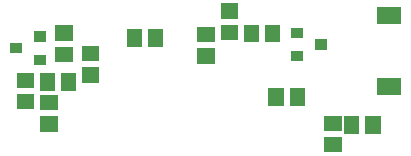
<source format=gbr>
G04 start of page 15 for group -4015 idx -4015 *
G04 Title: (unknown), toppaste *
G04 Creator: pcb 1.99z *
G04 CreationDate: Tue 21 Jul 2015 11:18:01 AM GMT UTC *
G04 For: david *
G04 Format: Gerber/RS-274X *
G04 PCB-Dimensions (mil): 3600.00 1200.00 *
G04 PCB-Coordinate-Origin: lower left *
%MOIN*%
%FSLAX25Y25*%
%LNTOPPASTE*%
%ADD84R,0.0340X0.0340*%
%ADD83R,0.0572X0.0572*%
%ADD82R,0.0512X0.0512*%
G54D82*X287009Y62323D02*X287795D01*
X287009Y69409D02*X287795D01*
X260237Y99724D02*Y98938D01*
X267323Y99724D02*Y98938D01*
X244686Y91851D02*X245472D01*
X244686Y98937D02*X245472D01*
X252560Y99725D02*X253346D01*
X252560Y106811D02*X253346D01*
X184646Y76693D02*X185432D01*
X184646Y83779D02*X185432D01*
X206300Y85551D02*X207086D01*
X206300Y92637D02*X207086D01*
X268505Y78660D02*Y77874D01*
X275591Y78660D02*Y77874D01*
X192520Y69213D02*X193306D01*
X192520Y76299D02*X193306D01*
X293701Y69212D02*Y68426D01*
X300787Y69212D02*Y68426D01*
G54D83*X304921Y81614D02*X307283D01*
X304921Y105236D02*X307283D01*
G54D84*X275149Y99557D02*X275749D01*
X275149Y91757D02*X275749D01*
X283349Y95657D02*X283949D01*
G54D82*X197442Y92441D02*X198228D01*
X197442Y99527D02*X198228D01*
X199409Y83582D02*Y82796D01*
X192323Y83582D02*Y82796D01*
X221260Y98345D02*Y97559D01*
X228346Y98345D02*Y97559D01*
G54D84*X189661Y90546D02*X190261D01*
X189661Y98346D02*X190261D01*
X181461Y94446D02*X182061D01*
M02*

</source>
